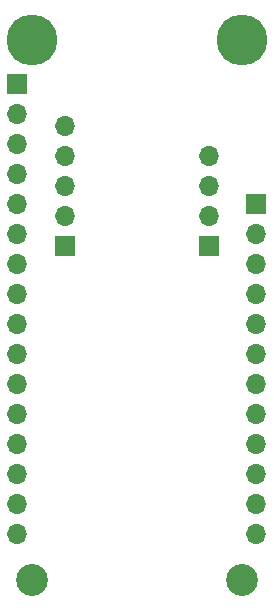
<source format=gbs>
G04 #@! TF.GenerationSoftware,KiCad,Pcbnew,5.1.4-e60b266~84~ubuntu19.04.1*
G04 #@! TF.CreationDate,2019-10-25T13:24:14-07:00*
G04 #@! TF.ProjectId,Wifi-FeatherWing,57696669-2d46-4656-9174-68657257696e,rev?*
G04 #@! TF.SameCoordinates,Original*
G04 #@! TF.FileFunction,Soldermask,Bot*
G04 #@! TF.FilePolarity,Negative*
%FSLAX46Y46*%
G04 Gerber Fmt 4.6, Leading zero omitted, Abs format (unit mm)*
G04 Created by KiCad (PCBNEW 5.1.4-e60b266~84~ubuntu19.04.1) date 2019-10-25 13:24:14*
%MOMM*%
%LPD*%
G04 APERTURE LIST*
%ADD10O,1.700000X1.700000*%
%ADD11R,1.700000X1.700000*%
%ADD12C,2.700000*%
%ADD13C,4.300000*%
G04 APERTURE END LIST*
D10*
X163525200Y-120416320D03*
X163525200Y-117876320D03*
X163525200Y-115336320D03*
X163525200Y-112796320D03*
X163525200Y-110256320D03*
X163525200Y-107716320D03*
X163525200Y-105176320D03*
X163525200Y-102636320D03*
X163525200Y-100096320D03*
X163525200Y-97556320D03*
X163525200Y-95016320D03*
D11*
X163525200Y-92476320D03*
D12*
X144520920Y-124239020D03*
X162300920Y-124239020D03*
D11*
X143289020Y-82314560D03*
D10*
X143289020Y-84854560D03*
X143289020Y-87394560D03*
X143289020Y-89934560D03*
X143289020Y-92474560D03*
X143289020Y-95014560D03*
X143289020Y-97554560D03*
X143289020Y-100094560D03*
X143289020Y-102634560D03*
X143289020Y-105174560D03*
X143289020Y-107714560D03*
X143289020Y-110254560D03*
X143289020Y-112794560D03*
X143289020Y-115334560D03*
X143289020Y-117874560D03*
X143289020Y-120414560D03*
D13*
X144520920Y-78519020D03*
X162300920Y-78519020D03*
D11*
X159512000Y-96024700D03*
D10*
X159512000Y-93484700D03*
X159512000Y-90944700D03*
X159512000Y-88404700D03*
D11*
X147320000Y-96037400D03*
D10*
X147320000Y-93497400D03*
X147320000Y-90957400D03*
X147320000Y-88417400D03*
X147320000Y-85877400D03*
M02*

</source>
